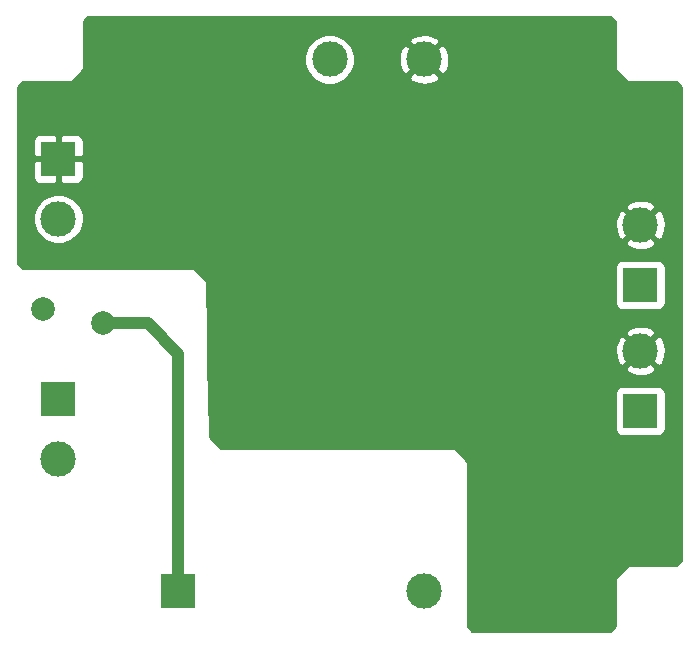
<source format=gbr>
G04 #@! TF.GenerationSoftware,KiCad,Pcbnew,5.1.5-52549c5~84~ubuntu18.04.1*
G04 #@! TF.CreationDate,2020-05-16T16:19:51-04:00*
G04 #@! TF.ProjectId,PWR_SUPPLY,5057525f-5355-4505-904c-592e6b696361,rev?*
G04 #@! TF.SameCoordinates,Original*
G04 #@! TF.FileFunction,Copper,L2,Bot*
G04 #@! TF.FilePolarity,Positive*
%FSLAX46Y46*%
G04 Gerber Fmt 4.6, Leading zero omitted, Abs format (unit mm)*
G04 Created by KiCad (PCBNEW 5.1.5-52549c5~84~ubuntu18.04.1) date 2020-05-16 16:19:51*
%MOMM*%
%LPD*%
G04 APERTURE LIST*
%ADD10R,3.000000X3.000000*%
%ADD11C,3.000000*%
%ADD12C,2.010000*%
%ADD13C,0.800000*%
%ADD14C,1.000000*%
%ADD15C,0.254000*%
G04 APERTURE END LIST*
D10*
X125476000Y-115316000D03*
D11*
X138276000Y-70316000D03*
X146276000Y-115316000D03*
X146276000Y-70316000D03*
X164592000Y-94996000D03*
D10*
X164592000Y-100076000D03*
D11*
X164592000Y-84328000D03*
D10*
X164592000Y-89408000D03*
D11*
X115316000Y-83820000D03*
D10*
X115316000Y-78740000D03*
D11*
X115316000Y-104140000D03*
D10*
X115316000Y-99060000D03*
D12*
X114026000Y-91440000D03*
X119126000Y-92640000D03*
D13*
X128016000Y-69850000D03*
X128016000Y-76708000D03*
X128016000Y-85852000D03*
X132080000Y-97790000D03*
X138176000Y-97790000D03*
X143510000Y-97790000D03*
X145796000Y-77470000D03*
X145796000Y-82550000D03*
X145796000Y-87630000D03*
X165100000Y-74930000D03*
X166370000Y-108204000D03*
X159512000Y-112268000D03*
X151130000Y-111760000D03*
X150368000Y-72390000D03*
X150368000Y-67310000D03*
X158750000Y-90678000D03*
X158750000Y-93980000D03*
X151892000Y-93980000D03*
X151892000Y-90678000D03*
X153416000Y-102362000D03*
X156464000Y-82550000D03*
X120396000Y-69850000D03*
X120396000Y-76708000D03*
X120396000Y-81026000D03*
X120396000Y-85852000D03*
D14*
X122866000Y-92640000D02*
X125476000Y-95250000D01*
X119400000Y-92640000D02*
X122866000Y-92640000D01*
X125476000Y-95250000D02*
X125476000Y-115316000D01*
D15*
G36*
X162433000Y-67092606D02*
G01*
X162433000Y-71136000D01*
X162435440Y-71160776D01*
X162442667Y-71184601D01*
X162454403Y-71206557D01*
X162470197Y-71225803D01*
X163470197Y-72225803D01*
X163489443Y-72241597D01*
X163511399Y-72253333D01*
X163535224Y-72260560D01*
X163560000Y-72263000D01*
X167603394Y-72263000D01*
X167996001Y-72655607D01*
X167996000Y-112764394D01*
X167603394Y-113157000D01*
X163560000Y-113157000D01*
X163535224Y-113159440D01*
X163511399Y-113166667D01*
X163489443Y-113178403D01*
X163470197Y-113194197D01*
X162470197Y-114194197D01*
X162454403Y-114213443D01*
X162442667Y-114235399D01*
X162435440Y-114259224D01*
X162433000Y-114284000D01*
X162433000Y-118327394D01*
X162040394Y-118720000D01*
X150379606Y-118720000D01*
X149987000Y-118327394D01*
X149987000Y-104378000D01*
X149984560Y-104353224D01*
X149977333Y-104329399D01*
X149965597Y-104307443D01*
X149949803Y-104288197D01*
X148949803Y-103288197D01*
X148930557Y-103272403D01*
X148908601Y-103260667D01*
X148884776Y-103253440D01*
X148860000Y-103251000D01*
X129067986Y-103251000D01*
X128125452Y-102324043D01*
X128062985Y-98576000D01*
X162453928Y-98576000D01*
X162453928Y-101576000D01*
X162466188Y-101700482D01*
X162502498Y-101820180D01*
X162561463Y-101930494D01*
X162640815Y-102027185D01*
X162737506Y-102106537D01*
X162847820Y-102165502D01*
X162967518Y-102201812D01*
X163092000Y-102214072D01*
X166092000Y-102214072D01*
X166216482Y-102201812D01*
X166336180Y-102165502D01*
X166446494Y-102106537D01*
X166543185Y-102027185D01*
X166622537Y-101930494D01*
X166681502Y-101820180D01*
X166717812Y-101700482D01*
X166730072Y-101576000D01*
X166730072Y-98576000D01*
X166717812Y-98451518D01*
X166681502Y-98331820D01*
X166622537Y-98221506D01*
X166543185Y-98124815D01*
X166446494Y-98045463D01*
X166336180Y-97986498D01*
X166216482Y-97950188D01*
X166092000Y-97937928D01*
X163092000Y-97937928D01*
X162967518Y-97950188D01*
X162847820Y-97986498D01*
X162737506Y-98045463D01*
X162640815Y-98124815D01*
X162561463Y-98221506D01*
X162502498Y-98331820D01*
X162466188Y-98451518D01*
X162453928Y-98576000D01*
X128062985Y-98576000D01*
X128028180Y-96487653D01*
X163279952Y-96487653D01*
X163435962Y-96803214D01*
X163810745Y-96994020D01*
X164215551Y-97108044D01*
X164634824Y-97140902D01*
X165052451Y-97091334D01*
X165452383Y-96961243D01*
X165748038Y-96803214D01*
X165904048Y-96487653D01*
X164592000Y-95175605D01*
X163279952Y-96487653D01*
X128028180Y-96487653D01*
X128004032Y-95038824D01*
X162447098Y-95038824D01*
X162496666Y-95456451D01*
X162626757Y-95856383D01*
X162784786Y-96152038D01*
X163100347Y-96308048D01*
X164412395Y-94996000D01*
X164771605Y-94996000D01*
X166083653Y-96308048D01*
X166399214Y-96152038D01*
X166590020Y-95777255D01*
X166704044Y-95372449D01*
X166736902Y-94953176D01*
X166687334Y-94535549D01*
X166557243Y-94135617D01*
X166399214Y-93839962D01*
X166083653Y-93683952D01*
X164771605Y-94996000D01*
X164412395Y-94996000D01*
X163100347Y-93683952D01*
X162784786Y-93839962D01*
X162593980Y-94214745D01*
X162479956Y-94619551D01*
X162447098Y-95038824D01*
X128004032Y-95038824D01*
X127978458Y-93504347D01*
X163279952Y-93504347D01*
X164592000Y-94816395D01*
X165904048Y-93504347D01*
X165748038Y-93188786D01*
X165373255Y-92997980D01*
X164968449Y-92883956D01*
X164549176Y-92851098D01*
X164131549Y-92900666D01*
X163731617Y-93030757D01*
X163435962Y-93188786D01*
X163279952Y-93504347D01*
X127978458Y-93504347D01*
X127905646Y-89135745D01*
X127902794Y-89111012D01*
X127895171Y-89087312D01*
X127883070Y-89065554D01*
X127867715Y-89047313D01*
X126851051Y-88047452D01*
X126831675Y-88031819D01*
X126809621Y-88020266D01*
X126785738Y-88013238D01*
X126762000Y-88011000D01*
X112304606Y-88011000D01*
X112201606Y-87908000D01*
X162453928Y-87908000D01*
X162453928Y-90908000D01*
X162466188Y-91032482D01*
X162502498Y-91152180D01*
X162561463Y-91262494D01*
X162640815Y-91359185D01*
X162737506Y-91438537D01*
X162847820Y-91497502D01*
X162967518Y-91533812D01*
X163092000Y-91546072D01*
X166092000Y-91546072D01*
X166216482Y-91533812D01*
X166336180Y-91497502D01*
X166446494Y-91438537D01*
X166543185Y-91359185D01*
X166622537Y-91262494D01*
X166681502Y-91152180D01*
X166717812Y-91032482D01*
X166730072Y-90908000D01*
X166730072Y-87908000D01*
X166717812Y-87783518D01*
X166681502Y-87663820D01*
X166622537Y-87553506D01*
X166543185Y-87456815D01*
X166446494Y-87377463D01*
X166336180Y-87318498D01*
X166216482Y-87282188D01*
X166092000Y-87269928D01*
X163092000Y-87269928D01*
X162967518Y-87282188D01*
X162847820Y-87318498D01*
X162737506Y-87377463D01*
X162640815Y-87456815D01*
X162561463Y-87553506D01*
X162502498Y-87663820D01*
X162466188Y-87783518D01*
X162453928Y-87908000D01*
X112201606Y-87908000D01*
X111912000Y-87618394D01*
X111912000Y-83609721D01*
X113181000Y-83609721D01*
X113181000Y-84030279D01*
X113263047Y-84442756D01*
X113423988Y-84831302D01*
X113657637Y-85180983D01*
X113955017Y-85478363D01*
X114304698Y-85712012D01*
X114693244Y-85872953D01*
X115105721Y-85955000D01*
X115526279Y-85955000D01*
X115938756Y-85872953D01*
X116067433Y-85819653D01*
X163279952Y-85819653D01*
X163435962Y-86135214D01*
X163810745Y-86326020D01*
X164215551Y-86440044D01*
X164634824Y-86472902D01*
X165052451Y-86423334D01*
X165452383Y-86293243D01*
X165748038Y-86135214D01*
X165904048Y-85819653D01*
X164592000Y-84507605D01*
X163279952Y-85819653D01*
X116067433Y-85819653D01*
X116327302Y-85712012D01*
X116676983Y-85478363D01*
X116974363Y-85180983D01*
X117208012Y-84831302D01*
X117368953Y-84442756D01*
X117383261Y-84370824D01*
X162447098Y-84370824D01*
X162496666Y-84788451D01*
X162626757Y-85188383D01*
X162784786Y-85484038D01*
X163100347Y-85640048D01*
X164412395Y-84328000D01*
X164771605Y-84328000D01*
X166083653Y-85640048D01*
X166399214Y-85484038D01*
X166590020Y-85109255D01*
X166704044Y-84704449D01*
X166736902Y-84285176D01*
X166687334Y-83867549D01*
X166557243Y-83467617D01*
X166399214Y-83171962D01*
X166083653Y-83015952D01*
X164771605Y-84328000D01*
X164412395Y-84328000D01*
X163100347Y-83015952D01*
X162784786Y-83171962D01*
X162593980Y-83546745D01*
X162479956Y-83951551D01*
X162447098Y-84370824D01*
X117383261Y-84370824D01*
X117451000Y-84030279D01*
X117451000Y-83609721D01*
X117368953Y-83197244D01*
X117219465Y-82836347D01*
X163279952Y-82836347D01*
X164592000Y-84148395D01*
X165904048Y-82836347D01*
X165748038Y-82520786D01*
X165373255Y-82329980D01*
X164968449Y-82215956D01*
X164549176Y-82183098D01*
X164131549Y-82232666D01*
X163731617Y-82362757D01*
X163435962Y-82520786D01*
X163279952Y-82836347D01*
X117219465Y-82836347D01*
X117208012Y-82808698D01*
X116974363Y-82459017D01*
X116676983Y-82161637D01*
X116327302Y-81927988D01*
X115938756Y-81767047D01*
X115526279Y-81685000D01*
X115105721Y-81685000D01*
X114693244Y-81767047D01*
X114304698Y-81927988D01*
X113955017Y-82161637D01*
X113657637Y-82459017D01*
X113423988Y-82808698D01*
X113263047Y-83197244D01*
X113181000Y-83609721D01*
X111912000Y-83609721D01*
X111912000Y-80240000D01*
X113177928Y-80240000D01*
X113190188Y-80364482D01*
X113226498Y-80484180D01*
X113285463Y-80594494D01*
X113364815Y-80691185D01*
X113461506Y-80770537D01*
X113571820Y-80829502D01*
X113691518Y-80865812D01*
X113816000Y-80878072D01*
X115030250Y-80875000D01*
X115189000Y-80716250D01*
X115189000Y-78867000D01*
X115443000Y-78867000D01*
X115443000Y-80716250D01*
X115601750Y-80875000D01*
X116816000Y-80878072D01*
X116940482Y-80865812D01*
X117060180Y-80829502D01*
X117170494Y-80770537D01*
X117267185Y-80691185D01*
X117346537Y-80594494D01*
X117405502Y-80484180D01*
X117441812Y-80364482D01*
X117454072Y-80240000D01*
X117451000Y-79025750D01*
X117292250Y-78867000D01*
X115443000Y-78867000D01*
X115189000Y-78867000D01*
X113339750Y-78867000D01*
X113181000Y-79025750D01*
X113177928Y-80240000D01*
X111912000Y-80240000D01*
X111912000Y-77240000D01*
X113177928Y-77240000D01*
X113181000Y-78454250D01*
X113339750Y-78613000D01*
X115189000Y-78613000D01*
X115189000Y-76763750D01*
X115443000Y-76763750D01*
X115443000Y-78613000D01*
X117292250Y-78613000D01*
X117451000Y-78454250D01*
X117454072Y-77240000D01*
X117441812Y-77115518D01*
X117405502Y-76995820D01*
X117346537Y-76885506D01*
X117267185Y-76788815D01*
X117170494Y-76709463D01*
X117060180Y-76650498D01*
X116940482Y-76614188D01*
X116816000Y-76601928D01*
X115601750Y-76605000D01*
X115443000Y-76763750D01*
X115189000Y-76763750D01*
X115030250Y-76605000D01*
X113816000Y-76601928D01*
X113691518Y-76614188D01*
X113571820Y-76650498D01*
X113461506Y-76709463D01*
X113364815Y-76788815D01*
X113285463Y-76885506D01*
X113226498Y-76995820D01*
X113190188Y-77115518D01*
X113177928Y-77240000D01*
X111912000Y-77240000D01*
X111912000Y-72655606D01*
X112304606Y-72263000D01*
X116348000Y-72263000D01*
X116372776Y-72260560D01*
X116396601Y-72253333D01*
X116418557Y-72241597D01*
X116437803Y-72225803D01*
X117437803Y-71225803D01*
X117453597Y-71206557D01*
X117465333Y-71184601D01*
X117472560Y-71160776D01*
X117475000Y-71136000D01*
X117475000Y-70105721D01*
X136141000Y-70105721D01*
X136141000Y-70526279D01*
X136223047Y-70938756D01*
X136383988Y-71327302D01*
X136617637Y-71676983D01*
X136915017Y-71974363D01*
X137264698Y-72208012D01*
X137653244Y-72368953D01*
X138065721Y-72451000D01*
X138486279Y-72451000D01*
X138898756Y-72368953D01*
X139287302Y-72208012D01*
X139636983Y-71974363D01*
X139803693Y-71807653D01*
X144963952Y-71807653D01*
X145119962Y-72123214D01*
X145494745Y-72314020D01*
X145899551Y-72428044D01*
X146318824Y-72460902D01*
X146736451Y-72411334D01*
X147136383Y-72281243D01*
X147432038Y-72123214D01*
X147588048Y-71807653D01*
X146276000Y-70495605D01*
X144963952Y-71807653D01*
X139803693Y-71807653D01*
X139934363Y-71676983D01*
X140168012Y-71327302D01*
X140328953Y-70938756D01*
X140411000Y-70526279D01*
X140411000Y-70358824D01*
X144131098Y-70358824D01*
X144180666Y-70776451D01*
X144310757Y-71176383D01*
X144468786Y-71472038D01*
X144784347Y-71628048D01*
X146096395Y-70316000D01*
X146455605Y-70316000D01*
X147767653Y-71628048D01*
X148083214Y-71472038D01*
X148274020Y-71097255D01*
X148388044Y-70692449D01*
X148420902Y-70273176D01*
X148371334Y-69855549D01*
X148241243Y-69455617D01*
X148083214Y-69159962D01*
X147767653Y-69003952D01*
X146455605Y-70316000D01*
X146096395Y-70316000D01*
X144784347Y-69003952D01*
X144468786Y-69159962D01*
X144277980Y-69534745D01*
X144163956Y-69939551D01*
X144131098Y-70358824D01*
X140411000Y-70358824D01*
X140411000Y-70105721D01*
X140328953Y-69693244D01*
X140168012Y-69304698D01*
X139934363Y-68955017D01*
X139803693Y-68824347D01*
X144963952Y-68824347D01*
X146276000Y-70136395D01*
X147588048Y-68824347D01*
X147432038Y-68508786D01*
X147057255Y-68317980D01*
X146652449Y-68203956D01*
X146233176Y-68171098D01*
X145815549Y-68220666D01*
X145415617Y-68350757D01*
X145119962Y-68508786D01*
X144963952Y-68824347D01*
X139803693Y-68824347D01*
X139636983Y-68657637D01*
X139287302Y-68423988D01*
X138898756Y-68263047D01*
X138486279Y-68181000D01*
X138065721Y-68181000D01*
X137653244Y-68263047D01*
X137264698Y-68423988D01*
X136915017Y-68657637D01*
X136617637Y-68955017D01*
X136383988Y-69304698D01*
X136223047Y-69693244D01*
X136141000Y-70105721D01*
X117475000Y-70105721D01*
X117475000Y-67092606D01*
X117867606Y-66700000D01*
X162040394Y-66700000D01*
X162433000Y-67092606D01*
G37*
X162433000Y-67092606D02*
X162433000Y-71136000D01*
X162435440Y-71160776D01*
X162442667Y-71184601D01*
X162454403Y-71206557D01*
X162470197Y-71225803D01*
X163470197Y-72225803D01*
X163489443Y-72241597D01*
X163511399Y-72253333D01*
X163535224Y-72260560D01*
X163560000Y-72263000D01*
X167603394Y-72263000D01*
X167996001Y-72655607D01*
X167996000Y-112764394D01*
X167603394Y-113157000D01*
X163560000Y-113157000D01*
X163535224Y-113159440D01*
X163511399Y-113166667D01*
X163489443Y-113178403D01*
X163470197Y-113194197D01*
X162470197Y-114194197D01*
X162454403Y-114213443D01*
X162442667Y-114235399D01*
X162435440Y-114259224D01*
X162433000Y-114284000D01*
X162433000Y-118327394D01*
X162040394Y-118720000D01*
X150379606Y-118720000D01*
X149987000Y-118327394D01*
X149987000Y-104378000D01*
X149984560Y-104353224D01*
X149977333Y-104329399D01*
X149965597Y-104307443D01*
X149949803Y-104288197D01*
X148949803Y-103288197D01*
X148930557Y-103272403D01*
X148908601Y-103260667D01*
X148884776Y-103253440D01*
X148860000Y-103251000D01*
X129067986Y-103251000D01*
X128125452Y-102324043D01*
X128062985Y-98576000D01*
X162453928Y-98576000D01*
X162453928Y-101576000D01*
X162466188Y-101700482D01*
X162502498Y-101820180D01*
X162561463Y-101930494D01*
X162640815Y-102027185D01*
X162737506Y-102106537D01*
X162847820Y-102165502D01*
X162967518Y-102201812D01*
X163092000Y-102214072D01*
X166092000Y-102214072D01*
X166216482Y-102201812D01*
X166336180Y-102165502D01*
X166446494Y-102106537D01*
X166543185Y-102027185D01*
X166622537Y-101930494D01*
X166681502Y-101820180D01*
X166717812Y-101700482D01*
X166730072Y-101576000D01*
X166730072Y-98576000D01*
X166717812Y-98451518D01*
X166681502Y-98331820D01*
X166622537Y-98221506D01*
X166543185Y-98124815D01*
X166446494Y-98045463D01*
X166336180Y-97986498D01*
X166216482Y-97950188D01*
X166092000Y-97937928D01*
X163092000Y-97937928D01*
X162967518Y-97950188D01*
X162847820Y-97986498D01*
X162737506Y-98045463D01*
X162640815Y-98124815D01*
X162561463Y-98221506D01*
X162502498Y-98331820D01*
X162466188Y-98451518D01*
X162453928Y-98576000D01*
X128062985Y-98576000D01*
X128028180Y-96487653D01*
X163279952Y-96487653D01*
X163435962Y-96803214D01*
X163810745Y-96994020D01*
X164215551Y-97108044D01*
X164634824Y-97140902D01*
X165052451Y-97091334D01*
X165452383Y-96961243D01*
X165748038Y-96803214D01*
X165904048Y-96487653D01*
X164592000Y-95175605D01*
X163279952Y-96487653D01*
X128028180Y-96487653D01*
X128004032Y-95038824D01*
X162447098Y-95038824D01*
X162496666Y-95456451D01*
X162626757Y-95856383D01*
X162784786Y-96152038D01*
X163100347Y-96308048D01*
X164412395Y-94996000D01*
X164771605Y-94996000D01*
X166083653Y-96308048D01*
X166399214Y-96152038D01*
X166590020Y-95777255D01*
X166704044Y-95372449D01*
X166736902Y-94953176D01*
X166687334Y-94535549D01*
X166557243Y-94135617D01*
X166399214Y-93839962D01*
X166083653Y-93683952D01*
X164771605Y-94996000D01*
X164412395Y-94996000D01*
X163100347Y-93683952D01*
X162784786Y-93839962D01*
X162593980Y-94214745D01*
X162479956Y-94619551D01*
X162447098Y-95038824D01*
X128004032Y-95038824D01*
X127978458Y-93504347D01*
X163279952Y-93504347D01*
X164592000Y-94816395D01*
X165904048Y-93504347D01*
X165748038Y-93188786D01*
X165373255Y-92997980D01*
X164968449Y-92883956D01*
X164549176Y-92851098D01*
X164131549Y-92900666D01*
X163731617Y-93030757D01*
X163435962Y-93188786D01*
X163279952Y-93504347D01*
X127978458Y-93504347D01*
X127905646Y-89135745D01*
X127902794Y-89111012D01*
X127895171Y-89087312D01*
X127883070Y-89065554D01*
X127867715Y-89047313D01*
X126851051Y-88047452D01*
X126831675Y-88031819D01*
X126809621Y-88020266D01*
X126785738Y-88013238D01*
X126762000Y-88011000D01*
X112304606Y-88011000D01*
X112201606Y-87908000D01*
X162453928Y-87908000D01*
X162453928Y-90908000D01*
X162466188Y-91032482D01*
X162502498Y-91152180D01*
X162561463Y-91262494D01*
X162640815Y-91359185D01*
X162737506Y-91438537D01*
X162847820Y-91497502D01*
X162967518Y-91533812D01*
X163092000Y-91546072D01*
X166092000Y-91546072D01*
X166216482Y-91533812D01*
X166336180Y-91497502D01*
X166446494Y-91438537D01*
X166543185Y-91359185D01*
X166622537Y-91262494D01*
X166681502Y-91152180D01*
X166717812Y-91032482D01*
X166730072Y-90908000D01*
X166730072Y-87908000D01*
X166717812Y-87783518D01*
X166681502Y-87663820D01*
X166622537Y-87553506D01*
X166543185Y-87456815D01*
X166446494Y-87377463D01*
X166336180Y-87318498D01*
X166216482Y-87282188D01*
X166092000Y-87269928D01*
X163092000Y-87269928D01*
X162967518Y-87282188D01*
X162847820Y-87318498D01*
X162737506Y-87377463D01*
X162640815Y-87456815D01*
X162561463Y-87553506D01*
X162502498Y-87663820D01*
X162466188Y-87783518D01*
X162453928Y-87908000D01*
X112201606Y-87908000D01*
X111912000Y-87618394D01*
X111912000Y-83609721D01*
X113181000Y-83609721D01*
X113181000Y-84030279D01*
X113263047Y-84442756D01*
X113423988Y-84831302D01*
X113657637Y-85180983D01*
X113955017Y-85478363D01*
X114304698Y-85712012D01*
X114693244Y-85872953D01*
X115105721Y-85955000D01*
X115526279Y-85955000D01*
X115938756Y-85872953D01*
X116067433Y-85819653D01*
X163279952Y-85819653D01*
X163435962Y-86135214D01*
X163810745Y-86326020D01*
X164215551Y-86440044D01*
X164634824Y-86472902D01*
X165052451Y-86423334D01*
X165452383Y-86293243D01*
X165748038Y-86135214D01*
X165904048Y-85819653D01*
X164592000Y-84507605D01*
X163279952Y-85819653D01*
X116067433Y-85819653D01*
X116327302Y-85712012D01*
X116676983Y-85478363D01*
X116974363Y-85180983D01*
X117208012Y-84831302D01*
X117368953Y-84442756D01*
X117383261Y-84370824D01*
X162447098Y-84370824D01*
X162496666Y-84788451D01*
X162626757Y-85188383D01*
X162784786Y-85484038D01*
X163100347Y-85640048D01*
X164412395Y-84328000D01*
X164771605Y-84328000D01*
X166083653Y-85640048D01*
X166399214Y-85484038D01*
X166590020Y-85109255D01*
X166704044Y-84704449D01*
X166736902Y-84285176D01*
X166687334Y-83867549D01*
X166557243Y-83467617D01*
X166399214Y-83171962D01*
X166083653Y-83015952D01*
X164771605Y-84328000D01*
X164412395Y-84328000D01*
X163100347Y-83015952D01*
X162784786Y-83171962D01*
X162593980Y-83546745D01*
X162479956Y-83951551D01*
X162447098Y-84370824D01*
X117383261Y-84370824D01*
X117451000Y-84030279D01*
X117451000Y-83609721D01*
X117368953Y-83197244D01*
X117219465Y-82836347D01*
X163279952Y-82836347D01*
X164592000Y-84148395D01*
X165904048Y-82836347D01*
X165748038Y-82520786D01*
X165373255Y-82329980D01*
X164968449Y-82215956D01*
X164549176Y-82183098D01*
X164131549Y-82232666D01*
X163731617Y-82362757D01*
X163435962Y-82520786D01*
X163279952Y-82836347D01*
X117219465Y-82836347D01*
X117208012Y-82808698D01*
X116974363Y-82459017D01*
X116676983Y-82161637D01*
X116327302Y-81927988D01*
X115938756Y-81767047D01*
X115526279Y-81685000D01*
X115105721Y-81685000D01*
X114693244Y-81767047D01*
X114304698Y-81927988D01*
X113955017Y-82161637D01*
X113657637Y-82459017D01*
X113423988Y-82808698D01*
X113263047Y-83197244D01*
X113181000Y-83609721D01*
X111912000Y-83609721D01*
X111912000Y-80240000D01*
X113177928Y-80240000D01*
X113190188Y-80364482D01*
X113226498Y-80484180D01*
X113285463Y-80594494D01*
X113364815Y-80691185D01*
X113461506Y-80770537D01*
X113571820Y-80829502D01*
X113691518Y-80865812D01*
X113816000Y-80878072D01*
X115030250Y-80875000D01*
X115189000Y-80716250D01*
X115189000Y-78867000D01*
X115443000Y-78867000D01*
X115443000Y-80716250D01*
X115601750Y-80875000D01*
X116816000Y-80878072D01*
X116940482Y-80865812D01*
X117060180Y-80829502D01*
X117170494Y-80770537D01*
X117267185Y-80691185D01*
X117346537Y-80594494D01*
X117405502Y-80484180D01*
X117441812Y-80364482D01*
X117454072Y-80240000D01*
X117451000Y-79025750D01*
X117292250Y-78867000D01*
X115443000Y-78867000D01*
X115189000Y-78867000D01*
X113339750Y-78867000D01*
X113181000Y-79025750D01*
X113177928Y-80240000D01*
X111912000Y-80240000D01*
X111912000Y-77240000D01*
X113177928Y-77240000D01*
X113181000Y-78454250D01*
X113339750Y-78613000D01*
X115189000Y-78613000D01*
X115189000Y-76763750D01*
X115443000Y-76763750D01*
X115443000Y-78613000D01*
X117292250Y-78613000D01*
X117451000Y-78454250D01*
X117454072Y-77240000D01*
X117441812Y-77115518D01*
X117405502Y-76995820D01*
X117346537Y-76885506D01*
X117267185Y-76788815D01*
X117170494Y-76709463D01*
X117060180Y-76650498D01*
X116940482Y-76614188D01*
X116816000Y-76601928D01*
X115601750Y-76605000D01*
X115443000Y-76763750D01*
X115189000Y-76763750D01*
X115030250Y-76605000D01*
X113816000Y-76601928D01*
X113691518Y-76614188D01*
X113571820Y-76650498D01*
X113461506Y-76709463D01*
X113364815Y-76788815D01*
X113285463Y-76885506D01*
X113226498Y-76995820D01*
X113190188Y-77115518D01*
X113177928Y-77240000D01*
X111912000Y-77240000D01*
X111912000Y-72655606D01*
X112304606Y-72263000D01*
X116348000Y-72263000D01*
X116372776Y-72260560D01*
X116396601Y-72253333D01*
X116418557Y-72241597D01*
X116437803Y-72225803D01*
X117437803Y-71225803D01*
X117453597Y-71206557D01*
X117465333Y-71184601D01*
X117472560Y-71160776D01*
X117475000Y-71136000D01*
X117475000Y-70105721D01*
X136141000Y-70105721D01*
X136141000Y-70526279D01*
X136223047Y-70938756D01*
X136383988Y-71327302D01*
X136617637Y-71676983D01*
X136915017Y-71974363D01*
X137264698Y-72208012D01*
X137653244Y-72368953D01*
X138065721Y-72451000D01*
X138486279Y-72451000D01*
X138898756Y-72368953D01*
X139287302Y-72208012D01*
X139636983Y-71974363D01*
X139803693Y-71807653D01*
X144963952Y-71807653D01*
X145119962Y-72123214D01*
X145494745Y-72314020D01*
X145899551Y-72428044D01*
X146318824Y-72460902D01*
X146736451Y-72411334D01*
X147136383Y-72281243D01*
X147432038Y-72123214D01*
X147588048Y-71807653D01*
X146276000Y-70495605D01*
X144963952Y-71807653D01*
X139803693Y-71807653D01*
X139934363Y-71676983D01*
X140168012Y-71327302D01*
X140328953Y-70938756D01*
X140411000Y-70526279D01*
X140411000Y-70358824D01*
X144131098Y-70358824D01*
X144180666Y-70776451D01*
X144310757Y-71176383D01*
X144468786Y-71472038D01*
X144784347Y-71628048D01*
X146096395Y-70316000D01*
X146455605Y-70316000D01*
X147767653Y-71628048D01*
X148083214Y-71472038D01*
X148274020Y-71097255D01*
X148388044Y-70692449D01*
X148420902Y-70273176D01*
X148371334Y-69855549D01*
X148241243Y-69455617D01*
X148083214Y-69159962D01*
X147767653Y-69003952D01*
X146455605Y-70316000D01*
X146096395Y-70316000D01*
X144784347Y-69003952D01*
X144468786Y-69159962D01*
X144277980Y-69534745D01*
X144163956Y-69939551D01*
X144131098Y-70358824D01*
X140411000Y-70358824D01*
X140411000Y-70105721D01*
X140328953Y-69693244D01*
X140168012Y-69304698D01*
X139934363Y-68955017D01*
X139803693Y-68824347D01*
X144963952Y-68824347D01*
X146276000Y-70136395D01*
X147588048Y-68824347D01*
X147432038Y-68508786D01*
X147057255Y-68317980D01*
X146652449Y-68203956D01*
X146233176Y-68171098D01*
X145815549Y-68220666D01*
X145415617Y-68350757D01*
X145119962Y-68508786D01*
X144963952Y-68824347D01*
X139803693Y-68824347D01*
X139636983Y-68657637D01*
X139287302Y-68423988D01*
X138898756Y-68263047D01*
X138486279Y-68181000D01*
X138065721Y-68181000D01*
X137653244Y-68263047D01*
X137264698Y-68423988D01*
X136915017Y-68657637D01*
X136617637Y-68955017D01*
X136383988Y-69304698D01*
X136223047Y-69693244D01*
X136141000Y-70105721D01*
X117475000Y-70105721D01*
X117475000Y-67092606D01*
X117867606Y-66700000D01*
X162040394Y-66700000D01*
X162433000Y-67092606D01*
M02*

</source>
